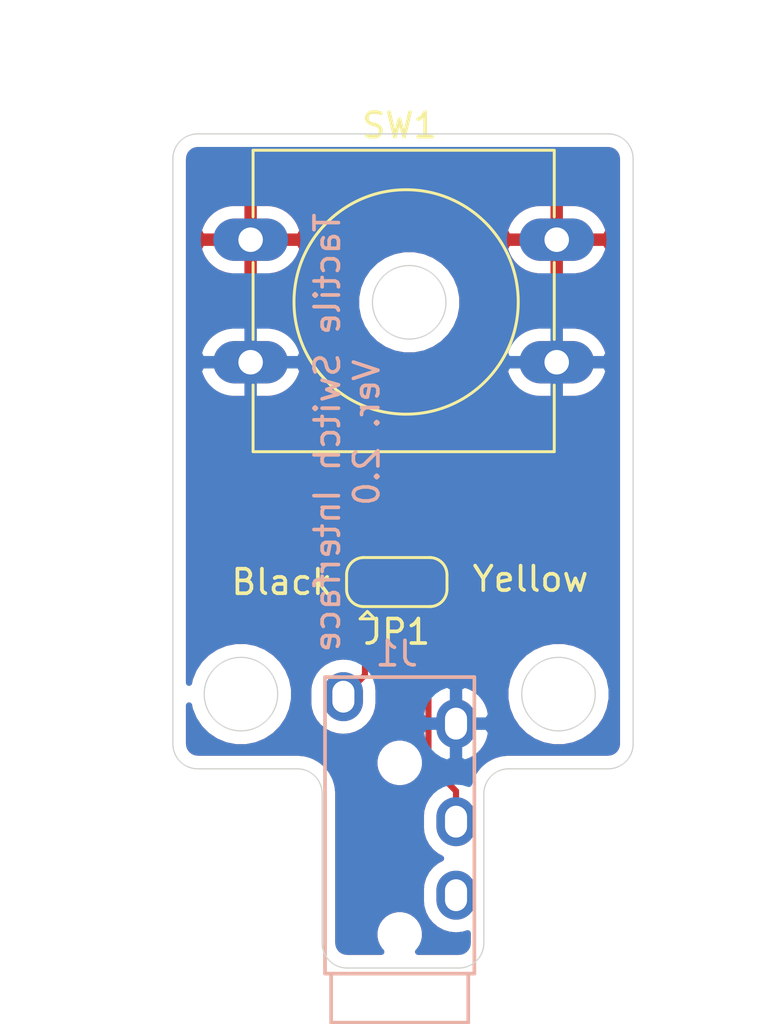
<source format=kicad_pcb>
(kicad_pcb (version 20171130) (host pcbnew 5.1.4-e60b266~84~ubuntu16.04.1)

  (general
    (thickness 1)
    (drawings 27)
    (tracks 7)
    (zones 0)
    (modules 3)
    (nets 6)
  )

  (page USLetter)
  (title_block
    (title "Tactile Switch Interface")
    (date 2019-07-20)
    (rev 1.0)
    (comment 1 "Copyright 2019 Don Haig (accessible.aac at gmail dot com)")
    (comment 2 "http://creativecommons.org/licenses/by-sa/4.0/")
    (comment 3 "Creative Commons Attribution-ShareAlike 4.0 International License")
    (comment 4 "This work is licensed under a:")
  )

  (layers
    (0 F.Cu signal)
    (31 B.Cu signal)
    (32 B.Adhes user)
    (33 F.Adhes user)
    (34 B.Paste user)
    (35 F.Paste user)
    (36 B.SilkS user)
    (37 F.SilkS user)
    (38 B.Mask user)
    (39 F.Mask user)
    (40 Dwgs.User user)
    (41 Cmts.User user)
    (42 Eco1.User user)
    (43 Eco2.User user)
    (44 Edge.Cuts user)
    (45 Margin user)
    (46 B.CrtYd user)
    (47 F.CrtYd user)
    (48 B.Fab user)
    (49 F.Fab user)
  )

  (setup
    (last_trace_width 0.25)
    (trace_clearance 0.2)
    (zone_clearance 0.508)
    (zone_45_only no)
    (trace_min 0.2)
    (via_size 0.8)
    (via_drill 0.4)
    (via_min_size 0.4)
    (via_min_drill 0.3)
    (uvia_size 0.3)
    (uvia_drill 0.1)
    (uvias_allowed no)
    (uvia_min_size 0.2)
    (uvia_min_drill 0.1)
    (edge_width 0.05)
    (segment_width 0.2)
    (pcb_text_width 0.3)
    (pcb_text_size 1.5 1.5)
    (mod_edge_width 0.12)
    (mod_text_size 1 1)
    (mod_text_width 0.15)
    (pad_size 1.524 1.524)
    (pad_drill 0.762)
    (pad_to_mask_clearance 0.051)
    (solder_mask_min_width 0.25)
    (aux_axis_origin 0 0)
    (visible_elements FFFFFF7F)
    (pcbplotparams
      (layerselection 0x010fc_ffffffff)
      (usegerberextensions true)
      (usegerberattributes false)
      (usegerberadvancedattributes false)
      (creategerberjobfile false)
      (excludeedgelayer true)
      (linewidth 0.100000)
      (plotframeref false)
      (viasonmask false)
      (mode 1)
      (useauxorigin false)
      (hpglpennumber 1)
      (hpglpenspeed 20)
      (hpglpendiameter 15.000000)
      (psnegative false)
      (psa4output false)
      (plotreference true)
      (plotvalue true)
      (plotinvisibletext false)
      (padsonsilk false)
      (subtractmaskfromsilk false)
      (outputformat 1)
      (mirror false)
      (drillshape 0)
      (scaleselection 1)
      (outputdirectory "gerbers/"))
  )

  (net 0 "")
  (net 1 /2)
  (net 2 "Net-(J1-Pad2)")
  (net 3 "Net-(J1-Pad3)")
  (net 4 "Net-(J1-Pad5)")
  (net 5 /1)

  (net_class Default "This is the default net class."
    (clearance 0.2)
    (trace_width 0.25)
    (via_dia 0.8)
    (via_drill 0.4)
    (uvia_dia 0.3)
    (uvia_drill 0.1)
    (add_net /1)
    (add_net /2)
    (add_net "Net-(J1-Pad2)")
    (add_net "Net-(J1-Pad3)")
    (add_net "Net-(J1-Pad5)")
  )

  (module dbh_kicad_library:dbh_SW_PUSH-12mm (layer F.Cu) (tedit 5D82C2C6) (tstamp 5D328589)
    (at 141.351 105.41)
    (descr "SW PUSH 12mm https://www.e-switch.com/system/asset/product_line/data_sheet/143/TL1100.pdf")
    (tags "tact sw push 12mm")
    (path /5D3251E9)
    (fp_text reference SW1 (at 6.08 -4.66) (layer F.SilkS)
      (effects (font (size 1 1) (thickness 0.15)))
    )
    (fp_text value SW_Push (at 6.62 9.93) (layer F.Fab)
      (effects (font (size 1 1) (thickness 0.15)))
    )
    (fp_line (start 0.25 8.5) (end 12.25 8.5) (layer F.Fab) (width 0.1))
    (fp_line (start 0.25 -3.5) (end 12.25 -3.5) (layer F.Fab) (width 0.1))
    (fp_line (start 12.25 -3.5) (end 12.25 8.5) (layer F.Fab) (width 0.1))
    (fp_text user %R (at 6.35 2.54) (layer F.Fab)
      (effects (font (size 1 1) (thickness 0.15)))
    )
    (fp_line (start 0.1 -3.65) (end 12.4 -3.65) (layer F.SilkS) (width 0.12))
    (fp_line (start 12.4 0.93) (end 12.4 4.07) (layer F.SilkS) (width 0.12))
    (fp_line (start 12.4 8.65) (end 0.1 8.65) (layer F.SilkS) (width 0.12))
    (fp_line (start 0.1 -0.93) (end 0.1 -3.65) (layer F.SilkS) (width 0.12))
    (fp_line (start -1.77 -3.75) (end 14.25 -3.75) (layer F.CrtYd) (width 0.05))
    (fp_line (start -1.77 -3.75) (end -1.77 8.75) (layer F.CrtYd) (width 0.05))
    (fp_line (start 14.25 8.75) (end 14.25 -3.75) (layer F.CrtYd) (width 0.05))
    (fp_line (start 14.25 8.75) (end -1.77 8.75) (layer F.CrtYd) (width 0.05))
    (fp_circle (center 6.35 2.54) (end 10.16 5.08) (layer F.SilkS) (width 0.12))
    (fp_line (start 0.25 -3.5) (end 0.25 8.5) (layer F.Fab) (width 0.1))
    (fp_line (start 0.1 8.65) (end 0.1 5.93) (layer F.SilkS) (width 0.12))
    (fp_line (start 0.1 4.07) (end 0.1 0.93) (layer F.SilkS) (width 0.12))
    (fp_line (start 12.4 5.93) (end 12.4 8.65) (layer F.SilkS) (width 0.12))
    (fp_line (start 12.4 -3.65) (end 12.4 -0.93) (layer F.SilkS) (width 0.12))
    (pad 1 thru_hole oval (at 12.5 0) (size 3.048 1.7272) (drill 1) (layers *.Cu *.Mask)
      (net 5 /1))
    (pad 2 thru_hole oval (at 12.5 5) (size 3.048 1.7272) (drill 1) (layers *.Cu *.Mask)
      (net 1 /2))
    (pad 1 thru_hole oval (at 0 0) (size 3.048 1.7272) (drill 1) (layers *.Cu *.Mask)
      (net 5 /1))
    (pad 2 thru_hole oval (at 0 5) (size 3.048 1.7272) (drill 1) (layers *.Cu *.Mask)
      (net 1 /2))
    (model ${KISYS3DMOD}/Button_Switch_THT.3dshapes/SW_PUSH-12mm.wrl
      (at (xyz 0 0 0))
      (scale (xyz 1 1 1))
      (rotate (xyz 0 0 0))
    )
  )

  (module Jumper:SolderJumper-3_P1.3mm_Open_RoundedPad1.0x1.5mm (layer F.Cu) (tedit 5B391EB7) (tstamp 5D83166A)
    (at 147.32 119.38)
    (descr "SMD Solder 3-pad Jumper, 1x1.5mm rounded Pads, 0.3mm gap, open")
    (tags "solder jumper open")
    (path /5D8354D3)
    (attr virtual)
    (fp_text reference JP1 (at 0 2.032) (layer F.SilkS)
      (effects (font (size 1 1) (thickness 0.15)))
    )
    (fp_text value SolderJumper_3_Open (at 0 1.9) (layer F.Fab)
      (effects (font (size 1 1) (thickness 0.15)))
    )
    (fp_arc (start -1.35 -0.3) (end -1.35 -1) (angle -90) (layer F.SilkS) (width 0.12))
    (fp_arc (start -1.35 0.3) (end -2.05 0.3) (angle -90) (layer F.SilkS) (width 0.12))
    (fp_arc (start 1.35 0.3) (end 1.35 1) (angle -90) (layer F.SilkS) (width 0.12))
    (fp_arc (start 1.35 -0.3) (end 2.05 -0.3) (angle -90) (layer F.SilkS) (width 0.12))
    (fp_line (start 2.3 1.25) (end -2.3 1.25) (layer F.CrtYd) (width 0.05))
    (fp_line (start 2.3 1.25) (end 2.3 -1.25) (layer F.CrtYd) (width 0.05))
    (fp_line (start -2.3 -1.25) (end -2.3 1.25) (layer F.CrtYd) (width 0.05))
    (fp_line (start -2.3 -1.25) (end 2.3 -1.25) (layer F.CrtYd) (width 0.05))
    (fp_line (start -1.4 -1) (end 1.4 -1) (layer F.SilkS) (width 0.12))
    (fp_line (start 2.05 -0.3) (end 2.05 0.3) (layer F.SilkS) (width 0.12))
    (fp_line (start 1.4 1) (end -1.4 1) (layer F.SilkS) (width 0.12))
    (fp_line (start -2.05 0.3) (end -2.05 -0.3) (layer F.SilkS) (width 0.12))
    (fp_line (start -1.2 1.2) (end -1.5 1.5) (layer F.SilkS) (width 0.12))
    (fp_line (start -1.5 1.5) (end -0.9 1.5) (layer F.SilkS) (width 0.12))
    (fp_line (start -1.2 1.2) (end -0.9 1.5) (layer F.SilkS) (width 0.12))
    (pad 2 smd rect (at 0 0) (size 1 1.5) (layers F.Cu F.Mask)
      (net 5 /1))
    (pad 3 smd custom (at 1.3 0) (size 1 0.5) (layers F.Cu F.Mask)
      (net 3 "Net-(J1-Pad3)") (zone_connect 2)
      (options (clearance outline) (anchor rect))
      (primitives
        (gr_circle (center 0 0.25) (end 0.5 0.25) (width 0))
        (gr_circle (center 0 -0.25) (end 0.5 -0.25) (width 0))
        (gr_poly (pts
           (xy -0.55 -0.75) (xy 0 -0.75) (xy 0 0.75) (xy -0.55 0.75)) (width 0))
      ))
    (pad 1 smd custom (at -1.3 0) (size 1 0.5) (layers F.Cu F.Mask)
      (net 4 "Net-(J1-Pad5)") (zone_connect 2)
      (options (clearance outline) (anchor rect))
      (primitives
        (gr_circle (center 0 0.25) (end 0.5 0.25) (width 0))
        (gr_circle (center 0 -0.25) (end 0.5 -0.25) (width 0))
        (gr_poly (pts
           (xy 0.55 -0.75) (xy 0 -0.75) (xy 0 0.75) (xy 0.55 0.75)) (width 0))
      ))
  )

  (module dbh_kicad_library:PJ-320A (layer B.Cu) (tedit 5C8461F3) (tstamp 5D8311EC)
    (at 149.479 132.207 90)
    (path /5D82C065)
    (fp_text reference J1 (at 9.906 -2.159 180) (layer B.SilkS)
      (effects (font (size 1 1) (thickness 0.15)) (justify mirror))
    )
    (fp_text value PJ320A (at 1.48 -3.97 270) (layer B.Fab)
      (effects (font (size 1 1) (thickness 0.15)) (justify mirror))
    )
    (fp_line (start -5.15 0.76) (end -5.15 -4.84) (layer B.SilkS) (width 0.15))
    (fp_line (start -3.15 -4.84) (end -5.15 -4.84) (layer B.SilkS) (width 0.15))
    (fp_line (start -3.15 0.76) (end -5.15 0.76) (layer B.SilkS) (width 0.15))
    (fp_line (start -3.15 -5.09) (end 8.95 -5.09) (layer B.SilkS) (width 0.15))
    (fp_line (start -3.15 1.01) (end 8.95 1.01) (layer B.SilkS) (width 0.15))
    (fp_line (start 8.95 1.01) (end 8.95 -5.09) (layer B.SilkS) (width 0.15))
    (fp_line (start -3.15 1.01) (end -3.15 -5.09) (layer B.SilkS) (width 0.15))
    (pad 5 thru_hole oval (at 8.15 -4.34) (size 1.6 2) (drill oval 0.9 1.3) (layers *.Cu *.Mask)
      (net 4 "Net-(J1-Pad5)"))
    (pad 4 thru_hole oval (at 7.05 0.26) (size 1.6 2) (drill oval 0.9 1.3) (layers *.Cu *.Mask)
      (net 1 /2))
    (pad 2 thru_hole oval (at 0.05 0.26) (size 1.6 2) (drill oval 0.9 1.3) (layers *.Cu *.Mask)
      (net 2 "Net-(J1-Pad2)"))
    (pad "" np_thru_hole circle (at 5.45 -2.04) (size 0.8 0.8) (drill 0.8) (layers *.Cu *.Mask))
    (pad "" np_thru_hole circle (at -1.55 -2.04) (size 0.8 0.8) (drill 0.8) (layers *.Cu *.Mask))
    (pad 3 thru_hole oval (at 3.05 0.26) (size 1.6 2) (drill oval 0.9 1.3) (layers *.Cu *.Mask)
      (net 3 "Net-(J1-Pad3)"))
    (model /home/don/projects/github/Accessible-AAC/Hardware/KiCad_libraries/3D_models/pj320a.wrl
      (offset (xyz -3.35 -2 0))
      (scale (xyz 1 1 1))
      (rotate (xyz 0 0 90))
    )
    (model /home/don/kicad/libraries/dbh_kicad_library/3D_models/pj320a/pj320a.wrl
      (offset (xyz -3.35 -2.1 0))
      (scale (xyz 1 1 1))
      (rotate (xyz 0 0 0))
    )
  )

  (dimension 27.290158 (width 0.15) (layer Dwgs.User)
    (gr_text "27.290 mm" (at 160.995841 121.544607 89.69069965) (layer Dwgs.User)
      (effects (font (size 1 1) (thickness 0.15)))
    )
    (feature1 (pts (xy 147.6502 135.11784) (xy 160.208612 135.185635)))
    (feature2 (pts (xy 147.79752 107.82808) (xy 160.355932 107.895875)))
    (crossbar (pts (xy 159.76952 107.892709) (xy 159.6222 135.182469)))
    (arrow1a (pts (xy 159.6222 135.182469) (xy 159.041869 134.052816)))
    (arrow1b (pts (xy 159.6222 135.182469) (xy 160.214693 134.059147)))
    (arrow2a (pts (xy 159.76952 107.892709) (xy 159.177027 109.016031)))
    (arrow2b (pts (xy 159.76952 107.892709) (xy 160.349851 109.022362)))
  )
  (dimension 18.836651 (width 0.15) (layer Dwgs.User)
    (gr_text "18.837 mm" (at 147.553473 96.32772 0.06180772091) (layer Dwgs.User)
      (effects (font (size 1 1) (thickness 0.15)))
    )
    (feature1 (pts (xy 156.98724 110.63732) (xy 156.972562 97.031138)))
    (feature2 (pts (xy 138.1506 110.65764) (xy 138.135922 97.051458)))
    (crossbar (pts (xy 138.136555 97.637879) (xy 156.973195 97.617559)))
    (arrow1a (pts (xy 156.973195 97.617559) (xy 155.847324 98.205195)))
    (arrow1b (pts (xy 156.973195 97.617559) (xy 155.846059 97.032354)))
    (arrow2a (pts (xy 138.136555 97.637879) (xy 139.263691 98.223084)))
    (arrow2b (pts (xy 138.136555 97.637879) (xy 139.262426 97.050243)))
  )
  (dimension 34.036237 (width 0.15) (layer Dwgs.User)
    (gr_text "34.036 mm" (at 134.781144 118.062028 89.78621077) (layer Dwgs.User)
      (effects (font (size 1 1) (thickness 0.15)))
    )
    (feature1 (pts (xy 147.574 135.128) (xy 135.431219 135.082691)))
    (feature2 (pts (xy 147.701 101.092) (xy 135.558219 101.046691)))
    (crossbar (pts (xy 136.144635 101.048879) (xy 136.017635 135.084879)))
    (arrow1a (pts (xy 136.017635 135.084879) (xy 135.435422 133.956195)))
    (arrow1b (pts (xy 136.017635 135.084879) (xy 136.608255 133.960571)))
    (arrow2a (pts (xy 136.144635 101.048879) (xy 135.554015 102.173187)))
    (arrow2b (pts (xy 136.144635 101.048879) (xy 136.726848 102.177563)))
  )
  (gr_line (start 150.876 128.016) (end 150.876 133.604) (layer Edge.Cuts) (width 0.05) (tstamp 5D82CEE7))
  (gr_circle (center 153.924 123.952) (end 155.424 123.952) (layer Edge.Cuts) (width 0.05) (tstamp 5D82CEB5))
  (gr_circle (center 140.955845 123.952) (end 142.455845 123.952) (layer Edge.Cuts) (width 0.05) (tstamp 5D82CEB3))
  (gr_line (start 138.176 102.108) (end 138.176 125.984) (layer Edge.Cuts) (width 0.05) (tstamp 5D82CE6B))
  (gr_line (start 156.972 102.108) (end 156.972 125.984) (layer Edge.Cuts) (width 0.05) (tstamp 5D82CE6A))
  (gr_line (start 144.272 128.016) (end 144.272 133.604) (layer Edge.Cuts) (width 0.05) (tstamp 5D82CE5C))
  (gr_text Yellow (at 152.781 119.253) (layer F.SilkS)
    (effects (font (size 1 1) (thickness 0.15)))
  )
  (gr_text Black (at 142.621 119.38) (layer F.SilkS)
    (effects (font (size 1 1) (thickness 0.15)))
  )
  (gr_line (start 149.86 135.128) (end 145.288 135.128) (layer Edge.Cuts) (width 0.05) (tstamp 5D82CA2C))
  (gr_line (start 151.892 127) (end 155.956 127) (layer Edge.Cuts) (width 0.05) (tstamp 5D82C7A9))
  (gr_line (start 150.876 134.112) (end 150.876 133.604) (layer Edge.Cuts) (width 0.05) (tstamp 5D82C7A6))
  (gr_line (start 144.272 133.604) (end 144.272 134.112) (layer Edge.Cuts) (width 0.05) (tstamp 5D82C7A3))
  (gr_line (start 139.192 127) (end 143.256 127) (layer Edge.Cuts) (width 0.05) (tstamp 5D82C7A0))
  (gr_line (start 139.192 101.092) (end 155.956 101.092) (layer Edge.Cuts) (width 0.05) (tstamp 5D82C796))
  (gr_arc (start 155.956 102.108) (end 156.972 102.108) (angle -90) (layer Edge.Cuts) (width 0.05) (tstamp 5D82C775))
  (gr_arc (start 139.192 102.108) (end 139.192 101.092) (angle -90) (layer Edge.Cuts) (width 0.05) (tstamp 5D82C768))
  (gr_arc (start 139.192 125.984) (end 138.176 125.984) (angle -90) (layer Edge.Cuts) (width 0.05) (tstamp 5D82C755))
  (gr_arc (start 155.956 125.984) (end 155.956 127) (angle -90) (layer Edge.Cuts) (width 0.05) (tstamp 5D82C74B))
  (gr_arc (start 151.892 128.016) (end 151.892 127) (angle -90) (layer Edge.Cuts) (width 0.05) (tstamp 5D82C73C))
  (gr_arc (start 143.256 128.016) (end 144.272 128.016) (angle -90) (layer Edge.Cuts) (width 0.05) (tstamp 5D82C728))
  (gr_arc (start 145.288 134.112) (end 144.272 134.112) (angle -90) (layer Edge.Cuts) (width 0.05) (tstamp 5D82C704))
  (gr_arc (start 149.86 134.112) (end 149.86 135.128) (angle -90) (layer Edge.Cuts) (width 0.05))
  (gr_text "Tactile Switch Interface\nVer. 2.0" (at 145.288 113.284 90) (layer B.SilkS)
    (effects (font (size 1 1) (thickness 0.15)) (justify mirror))
  )
  (gr_circle (center 147.828 107.964155) (end 149.328 107.964155) (layer Edge.Cuts) (width 0.05))

  (segment (start 149.739 127.907) (end 149.739 129.157) (width 0.25) (layer F.Cu) (net 3))
  (segment (start 148.61399 126.78199) (end 149.739 127.907) (width 0.25) (layer F.Cu) (net 3))
  (segment (start 148.61399 120.233602) (end 148.61399 126.78199) (width 0.25) (layer F.Cu) (net 3))
  (segment (start 148.62 120.227592) (end 148.61399 120.233602) (width 0.25) (layer F.Cu) (net 3))
  (segment (start 148.62 119.38) (end 148.62 120.227592) (width 0.25) (layer F.Cu) (net 3))
  (segment (start 146.02 123.176) (end 145.139 124.057) (width 0.25) (layer F.Cu) (net 4))
  (segment (start 146.02 119.38) (end 146.02 123.176) (width 0.25) (layer F.Cu) (net 4))

  (zone (net 5) (net_name /1) (layer F.Cu) (tstamp 0) (hatch edge 0.508)
    (connect_pads (clearance 0.508))
    (min_thickness 0.254)
    (fill yes (arc_segments 32) (thermal_gap 0.508) (thermal_bridge_width 0.508))
    (polygon
      (pts
        (xy 139.065 101.219) (xy 155.956 101.219) (xy 156.591 101.473) (xy 156.845 101.981) (xy 156.845 126.111)
        (xy 156.718 126.492) (xy 156.21 126.873) (xy 151.511 126.873) (xy 151.13 127.127) (xy 150.749 127.635)
        (xy 150.749 134.239) (xy 150.495 134.747) (xy 149.987 135.001) (xy 145.034 135.001) (xy 144.526 134.62)
        (xy 144.399 134.239) (xy 144.399 127.635) (xy 144.018 127.127) (xy 143.51 126.873) (xy 139.065 126.873)
        (xy 138.557 126.619) (xy 138.303 126.238) (xy 138.303 101.981) (xy 138.557 101.473)
      )
    )
    (filled_polygon
      (pts
        (xy 156.024533 101.761885) (xy 156.090457 101.781789) (xy 156.151255 101.814115) (xy 156.204619 101.857639) (xy 156.248512 101.910696)
        (xy 156.281266 101.971271) (xy 156.301628 102.037053) (xy 156.312 102.135731) (xy 156.312001 125.951709) (xy 156.302115 126.052531)
        (xy 156.282211 126.118458) (xy 156.249885 126.179255) (xy 156.206362 126.232618) (xy 156.1533 126.276515) (xy 156.092727 126.309266)
        (xy 156.026947 126.329628) (xy 155.928269 126.34) (xy 151.859581 126.34) (xy 151.831309 126.342784) (xy 151.825088 126.342741)
        (xy 151.815917 126.343641) (xy 151.618715 126.364368) (xy 151.560151 126.37639) (xy 151.501362 126.387604) (xy 151.49254 126.390268)
        (xy 151.303118 126.448903) (xy 151.248005 126.472071) (xy 151.192507 126.494493) (xy 151.184371 126.49882) (xy 151.009947 126.59313)
        (xy 150.960331 126.626597) (xy 150.910301 126.659335) (xy 150.90316 126.665159) (xy 150.750376 126.791553) (xy 150.708237 126.833988)
        (xy 150.665487 126.875851) (xy 150.659613 126.882952) (xy 150.534289 127.036614) (xy 150.501174 127.086456) (xy 150.46739 127.135796)
        (xy 150.463007 127.143902) (xy 150.369916 127.31898) (xy 150.347125 127.374275) (xy 150.325802 127.424025) (xy 150.302799 127.395996)
        (xy 150.302795 127.395992) (xy 150.279001 127.366999) (xy 150.250009 127.343206) (xy 149.702112 126.79531) (xy 149.739 126.798943)
        (xy 150.020309 126.771236) (xy 150.290808 126.689182) (xy 150.540101 126.555932) (xy 150.758608 126.376608) (xy 150.937932 126.158101)
        (xy 151.071182 125.908807) (xy 151.153236 125.638308) (xy 151.174 125.427491) (xy 151.174 124.886508) (xy 151.153236 124.675691)
        (xy 151.071182 124.405192) (xy 150.937932 124.155899) (xy 150.758607 123.937392) (xy 150.5401 123.758068) (xy 150.50316 123.738323)
        (xy 151.754497 123.738323) (xy 151.754497 124.165677) (xy 151.83787 124.584821) (xy 152.001412 124.979645) (xy 152.238837 125.334977)
        (xy 152.541023 125.637163) (xy 152.896355 125.874588) (xy 153.291179 126.03813) (xy 153.710323 126.121503) (xy 154.137677 126.121503)
        (xy 154.556821 126.03813) (xy 154.951645 125.874588) (xy 155.306977 125.637163) (xy 155.609163 125.334977) (xy 155.846588 124.979645)
        (xy 156.01013 124.584821) (xy 156.093503 124.165677) (xy 156.093503 123.738323) (xy 156.01013 123.319179) (xy 155.846588 122.924355)
        (xy 155.609163 122.569023) (xy 155.306977 122.266837) (xy 154.951645 122.029412) (xy 154.556821 121.86587) (xy 154.137677 121.782497)
        (xy 153.710323 121.782497) (xy 153.291179 121.86587) (xy 152.896355 122.029412) (xy 152.541023 122.266837) (xy 152.238837 122.569023)
        (xy 152.001412 122.924355) (xy 151.83787 123.319179) (xy 151.754497 123.738323) (xy 150.50316 123.738323) (xy 150.290807 123.624818)
        (xy 150.020308 123.542764) (xy 149.739 123.515057) (xy 149.457691 123.542764) (xy 149.37399 123.568154) (xy 149.37399 120.479501)
        (xy 149.388382 120.46769) (xy 149.45769 120.398382) (xy 149.537042 120.301691) (xy 149.591498 120.220192) (xy 149.650464 120.109875)
        (xy 149.687973 120.019319) (xy 149.724282 119.899623) (xy 149.743404 119.80349) (xy 149.755664 119.679009) (xy 149.755664 119.65445)
        (xy 149.758072 119.63) (xy 149.758072 119.13) (xy 149.755664 119.10555) (xy 149.755664 119.080991) (xy 149.743404 118.95651)
        (xy 149.724282 118.860377) (xy 149.687973 118.740681) (xy 149.650464 118.650125) (xy 149.591498 118.539808) (xy 149.537042 118.458309)
        (xy 149.45769 118.361618) (xy 149.388382 118.29231) (xy 149.291691 118.212958) (xy 149.210192 118.158502) (xy 149.099875 118.099536)
        (xy 149.009319 118.062027) (xy 148.889623 118.025718) (xy 148.79349 118.006596) (xy 148.669009 117.994336) (xy 148.64445 117.994336)
        (xy 148.62 117.991928) (xy 148.07 117.991928) (xy 147.945518 118.004188) (xy 147.945 118.004345) (xy 147.944482 118.004188)
        (xy 147.82 117.991928) (xy 147.60575 117.995) (xy 147.447 118.15375) (xy 147.447 118.496248) (xy 147.444188 118.505518)
        (xy 147.431928 118.63) (xy 147.431928 120.13) (xy 147.444188 120.254482) (xy 147.447 120.263752) (xy 147.447 120.60625)
        (xy 147.60575 120.765) (xy 147.82 120.768072) (xy 147.85399 120.764724) (xy 147.853991 125.808619) (xy 147.740898 125.761774)
        (xy 147.540939 125.722) (xy 147.337061 125.722) (xy 147.137102 125.761774) (xy 146.948744 125.839795) (xy 146.779226 125.953063)
        (xy 146.635063 126.097226) (xy 146.521795 126.266744) (xy 146.443774 126.455102) (xy 146.404 126.655061) (xy 146.404 126.858939)
        (xy 146.443774 127.058898) (xy 146.521795 127.247256) (xy 146.635063 127.416774) (xy 146.779226 127.560937) (xy 146.948744 127.674205)
        (xy 147.137102 127.752226) (xy 147.337061 127.792) (xy 147.540939 127.792) (xy 147.740898 127.752226) (xy 147.929256 127.674205)
        (xy 148.098774 127.560937) (xy 148.208455 127.451256) (xy 148.708213 127.951015) (xy 148.540068 128.1559) (xy 148.406818 128.405193)
        (xy 148.324764 128.675692) (xy 148.304 128.886509) (xy 148.304 129.427492) (xy 148.324764 129.638309) (xy 148.406818 129.908808)
        (xy 148.540068 130.158101) (xy 148.719393 130.376608) (xy 148.9379 130.555932) (xy 149.126984 130.657) (xy 148.937899 130.758068)
        (xy 148.719392 130.937393) (xy 148.540068 131.1559) (xy 148.406818 131.405193) (xy 148.324764 131.675692) (xy 148.304 131.886509)
        (xy 148.304 132.427492) (xy 148.324764 132.638309) (xy 148.406818 132.908808) (xy 148.540068 133.158101) (xy 148.719393 133.376608)
        (xy 148.9379 133.555932) (xy 149.187193 133.689182) (xy 149.457692 133.771236) (xy 149.739 133.798943) (xy 150.020309 133.771236)
        (xy 150.216 133.711874) (xy 150.216 134.079719) (xy 150.206115 134.180531) (xy 150.186211 134.246458) (xy 150.153885 134.307255)
        (xy 150.110362 134.360618) (xy 150.0573 134.404515) (xy 149.996727 134.437266) (xy 149.930947 134.457628) (xy 149.832269 134.468)
        (xy 148.191711 134.468) (xy 148.242937 134.416774) (xy 148.356205 134.247256) (xy 148.434226 134.058898) (xy 148.474 133.858939)
        (xy 148.474 133.655061) (xy 148.434226 133.455102) (xy 148.356205 133.266744) (xy 148.242937 133.097226) (xy 148.098774 132.953063)
        (xy 147.929256 132.839795) (xy 147.740898 132.761774) (xy 147.540939 132.722) (xy 147.337061 132.722) (xy 147.137102 132.761774)
        (xy 146.948744 132.839795) (xy 146.779226 132.953063) (xy 146.635063 133.097226) (xy 146.521795 133.266744) (xy 146.443774 133.455102)
        (xy 146.404 133.655061) (xy 146.404 133.858939) (xy 146.443774 134.058898) (xy 146.521795 134.247256) (xy 146.635063 134.416774)
        (xy 146.686289 134.468) (xy 145.320281 134.468) (xy 145.219469 134.458115) (xy 145.153542 134.438211) (xy 145.092745 134.405885)
        (xy 145.039382 134.362362) (xy 144.995485 134.3093) (xy 144.962734 134.248727) (xy 144.942372 134.182947) (xy 144.932 134.084269)
        (xy 144.932 127.983581) (xy 144.929216 127.955309) (xy 144.929259 127.949088) (xy 144.928359 127.939917) (xy 144.907632 127.742715)
        (xy 144.89561 127.684151) (xy 144.884396 127.625362) (xy 144.881732 127.61654) (xy 144.823097 127.427118) (xy 144.799929 127.372005)
        (xy 144.777507 127.316507) (xy 144.77318 127.308371) (xy 144.67887 127.133947) (xy 144.645403 127.084331) (xy 144.612665 127.034301)
        (xy 144.606841 127.02716) (xy 144.480447 126.874376) (xy 144.438012 126.832237) (xy 144.396149 126.789487) (xy 144.389048 126.783613)
        (xy 144.235386 126.658289) (xy 144.185544 126.625174) (xy 144.136204 126.59139) (xy 144.128098 126.587007) (xy 143.95302 126.493916)
        (xy 143.897725 126.471125) (xy 143.84273 126.447554) (xy 143.833927 126.444829) (xy 143.6441 126.387518) (xy 143.58542 126.3759)
        (xy 143.526913 126.363463) (xy 143.517748 126.3625) (xy 143.320406 126.34315) (xy 143.320402 126.34315) (xy 143.288419 126.34)
        (xy 139.224281 126.34) (xy 139.123469 126.330115) (xy 139.057542 126.310211) (xy 138.996745 126.277885) (xy 138.943382 126.234362)
        (xy 138.899485 126.1813) (xy 138.866734 126.120727) (xy 138.846372 126.054947) (xy 138.836 125.956269) (xy 138.836 124.415324)
        (xy 138.869715 124.584821) (xy 139.033257 124.979645) (xy 139.270682 125.334977) (xy 139.572868 125.637163) (xy 139.9282 125.874588)
        (xy 140.323024 126.03813) (xy 140.742168 126.121503) (xy 141.169522 126.121503) (xy 141.588666 126.03813) (xy 141.98349 125.874588)
        (xy 142.338822 125.637163) (xy 142.641008 125.334977) (xy 142.878433 124.979645) (xy 143.041975 124.584821) (xy 143.125348 124.165677)
        (xy 143.125348 123.786509) (xy 143.704 123.786509) (xy 143.704 124.327492) (xy 143.724764 124.538309) (xy 143.806818 124.808808)
        (xy 143.940068 125.058101) (xy 144.119393 125.276608) (xy 144.3379 125.455932) (xy 144.587193 125.589182) (xy 144.857692 125.671236)
        (xy 145.139 125.698943) (xy 145.420309 125.671236) (xy 145.690808 125.589182) (xy 145.940101 125.455932) (xy 146.158608 125.276608)
        (xy 146.337932 125.058101) (xy 146.471182 124.808807) (xy 146.553236 124.538308) (xy 146.574 124.327491) (xy 146.574 123.786508)
        (xy 146.5663 123.708326) (xy 146.634833 123.624818) (xy 146.654974 123.600277) (xy 146.725546 123.468247) (xy 146.740451 123.41911)
        (xy 146.769003 123.324986) (xy 146.78 123.213333) (xy 146.78 123.213324) (xy 146.783676 123.176001) (xy 146.78 123.138678)
        (xy 146.78 120.764132) (xy 146.82 120.768072) (xy 147.03425 120.765) (xy 147.193 120.60625) (xy 147.193 120.263752)
        (xy 147.195812 120.254482) (xy 147.208072 120.13) (xy 147.208072 118.63) (xy 147.195812 118.505518) (xy 147.193 118.496248)
        (xy 147.193 118.15375) (xy 147.03425 117.995) (xy 146.82 117.991928) (xy 146.695518 118.004188) (xy 146.695 118.004345)
        (xy 146.694482 118.004188) (xy 146.57 117.991928) (xy 146.02 117.991928) (xy 145.99555 117.994336) (xy 145.970991 117.994336)
        (xy 145.84651 118.006596) (xy 145.750377 118.025718) (xy 145.630681 118.062027) (xy 145.540125 118.099536) (xy 145.429808 118.158502)
        (xy 145.348309 118.212958) (xy 145.251618 118.29231) (xy 145.18231 118.361618) (xy 145.102958 118.458309) (xy 145.048502 118.539808)
        (xy 144.989536 118.650125) (xy 144.952027 118.740681) (xy 144.915718 118.860377) (xy 144.896596 118.95651) (xy 144.884336 119.080991)
        (xy 144.884336 119.10555) (xy 144.881928 119.13) (xy 144.881928 119.63) (xy 144.884336 119.65445) (xy 144.884336 119.679009)
        (xy 144.896596 119.80349) (xy 144.915718 119.899623) (xy 144.952027 120.019319) (xy 144.989536 120.109875) (xy 145.048502 120.220192)
        (xy 145.102958 120.301691) (xy 145.18231 120.398382) (xy 145.251618 120.46769) (xy 145.26 120.474569) (xy 145.260001 122.426975)
        (xy 145.139 122.415057) (xy 144.857691 122.442764) (xy 144.587192 122.524818) (xy 144.337899 122.658068) (xy 144.119392 122.837393)
        (xy 143.940068 123.0559) (xy 143.806818 123.305193) (xy 143.724764 123.575692) (xy 143.704 123.786509) (xy 143.125348 123.786509)
        (xy 143.125348 123.738323) (xy 143.041975 123.319179) (xy 142.878433 122.924355) (xy 142.641008 122.569023) (xy 142.338822 122.266837)
        (xy 141.98349 122.029412) (xy 141.588666 121.86587) (xy 141.169522 121.782497) (xy 140.742168 121.782497) (xy 140.323024 121.86587)
        (xy 139.9282 122.029412) (xy 139.572868 122.266837) (xy 139.270682 122.569023) (xy 139.033257 122.924355) (xy 138.869715 123.319179)
        (xy 138.836 123.488676) (xy 138.836 110.41) (xy 139.184749 110.41) (xy 139.213684 110.703777) (xy 139.299375 110.986264)
        (xy 139.438531 111.246606) (xy 139.625803 111.474797) (xy 139.853994 111.662069) (xy 140.114336 111.801225) (xy 140.396823 111.886916)
        (xy 140.616981 111.9086) (xy 142.085019 111.9086) (xy 142.305177 111.886916) (xy 142.587664 111.801225) (xy 142.848006 111.662069)
        (xy 143.076197 111.474797) (xy 143.263469 111.246606) (xy 143.402625 110.986264) (xy 143.488316 110.703777) (xy 143.517251 110.41)
        (xy 151.684749 110.41) (xy 151.713684 110.703777) (xy 151.799375 110.986264) (xy 151.938531 111.246606) (xy 152.125803 111.474797)
        (xy 152.353994 111.662069) (xy 152.614336 111.801225) (xy 152.896823 111.886916) (xy 153.116981 111.9086) (xy 154.585019 111.9086)
        (xy 154.805177 111.886916) (xy 155.087664 111.801225) (xy 155.348006 111.662069) (xy 155.576197 111.474797) (xy 155.763469 111.246606)
        (xy 155.902625 110.986264) (xy 155.988316 110.703777) (xy 156.017251 110.41) (xy 155.988316 110.116223) (xy 155.902625 109.833736)
        (xy 155.763469 109.573394) (xy 155.576197 109.345203) (xy 155.348006 109.157931) (xy 155.087664 109.018775) (xy 154.805177 108.933084)
        (xy 154.585019 108.9114) (xy 153.116981 108.9114) (xy 152.896823 108.933084) (xy 152.614336 109.018775) (xy 152.353994 109.157931)
        (xy 152.125803 109.345203) (xy 151.938531 109.573394) (xy 151.799375 109.833736) (xy 151.713684 110.116223) (xy 151.684749 110.41)
        (xy 143.517251 110.41) (xy 143.488316 110.116223) (xy 143.402625 109.833736) (xy 143.263469 109.573394) (xy 143.076197 109.345203)
        (xy 142.848006 109.157931) (xy 142.587664 109.018775) (xy 142.305177 108.933084) (xy 142.085019 108.9114) (xy 140.616981 108.9114)
        (xy 140.396823 108.933084) (xy 140.114336 109.018775) (xy 139.853994 109.157931) (xy 139.625803 109.345203) (xy 139.438531 109.573394)
        (xy 139.299375 109.833736) (xy 139.213684 110.116223) (xy 139.184749 110.41) (xy 138.836 110.41) (xy 138.836 107.750478)
        (xy 145.658497 107.750478) (xy 145.658497 108.177832) (xy 145.74187 108.596976) (xy 145.905412 108.9918) (xy 146.142837 109.347132)
        (xy 146.445023 109.649318) (xy 146.800355 109.886743) (xy 147.195179 110.050285) (xy 147.614323 110.133658) (xy 148.041677 110.133658)
        (xy 148.460821 110.050285) (xy 148.855645 109.886743) (xy 149.210977 109.649318) (xy 149.513163 109.347132) (xy 149.750588 108.9918)
        (xy 149.91413 108.596976) (xy 149.997503 108.177832) (xy 149.997503 107.750478) (xy 149.91413 107.331334) (xy 149.750588 106.93651)
        (xy 149.513163 106.581178) (xy 149.210977 106.278992) (xy 148.855645 106.041567) (xy 148.460821 105.878025) (xy 148.041677 105.794652)
        (xy 147.614323 105.794652) (xy 147.195179 105.878025) (xy 146.800355 106.041567) (xy 146.445023 106.278992) (xy 146.142837 106.581178)
        (xy 145.905412 106.93651) (xy 145.74187 107.331334) (xy 145.658497 107.750478) (xy 138.836 107.750478) (xy 138.836 105.769026)
        (xy 139.235642 105.769026) (xy 139.257473 105.866157) (xy 139.374002 106.136981) (xy 139.541127 106.379868) (xy 139.752426 106.585483)
        (xy 139.999778 106.745925) (xy 140.273678 106.855028) (xy 140.5636 106.9086) (xy 141.224 106.9086) (xy 141.224 105.537)
        (xy 141.478 105.537) (xy 141.478 106.9086) (xy 142.1384 106.9086) (xy 142.428322 106.855028) (xy 142.702222 106.745925)
        (xy 142.949574 106.585483) (xy 143.160873 106.379868) (xy 143.327998 106.136981) (xy 143.444527 105.866157) (xy 143.466358 105.769026)
        (xy 151.735642 105.769026) (xy 151.757473 105.866157) (xy 151.874002 106.136981) (xy 152.041127 106.379868) (xy 152.252426 106.585483)
        (xy 152.499778 106.745925) (xy 152.773678 106.855028) (xy 153.0636 106.9086) (xy 153.724 106.9086) (xy 153.724 105.537)
        (xy 153.978 105.537) (xy 153.978 106.9086) (xy 154.6384 106.9086) (xy 154.928322 106.855028) (xy 155.202222 106.745925)
        (xy 155.449574 106.585483) (xy 155.660873 106.379868) (xy 155.827998 106.136981) (xy 155.944527 105.866157) (xy 155.966358 105.769026)
        (xy 155.845217 105.537) (xy 153.978 105.537) (xy 153.724 105.537) (xy 151.856783 105.537) (xy 151.735642 105.769026)
        (xy 143.466358 105.769026) (xy 143.345217 105.537) (xy 141.478 105.537) (xy 141.224 105.537) (xy 139.356783 105.537)
        (xy 139.235642 105.769026) (xy 138.836 105.769026) (xy 138.836 105.050974) (xy 139.235642 105.050974) (xy 139.356783 105.283)
        (xy 141.224 105.283) (xy 141.224 103.9114) (xy 141.478 103.9114) (xy 141.478 105.283) (xy 143.345217 105.283)
        (xy 143.466358 105.050974) (xy 151.735642 105.050974) (xy 151.856783 105.283) (xy 153.724 105.283) (xy 153.724 103.9114)
        (xy 153.978 103.9114) (xy 153.978 105.283) (xy 155.845217 105.283) (xy 155.966358 105.050974) (xy 155.944527 104.953843)
        (xy 155.827998 104.683019) (xy 155.660873 104.440132) (xy 155.449574 104.234517) (xy 155.202222 104.074075) (xy 154.928322 103.964972)
        (xy 154.6384 103.9114) (xy 153.978 103.9114) (xy 153.724 103.9114) (xy 153.0636 103.9114) (xy 152.773678 103.964972)
        (xy 152.499778 104.074075) (xy 152.252426 104.234517) (xy 152.041127 104.440132) (xy 151.874002 104.683019) (xy 151.757473 104.953843)
        (xy 151.735642 105.050974) (xy 143.466358 105.050974) (xy 143.444527 104.953843) (xy 143.327998 104.683019) (xy 143.160873 104.440132)
        (xy 142.949574 104.234517) (xy 142.702222 104.074075) (xy 142.428322 103.964972) (xy 142.1384 103.9114) (xy 141.478 103.9114)
        (xy 141.224 103.9114) (xy 140.5636 103.9114) (xy 140.273678 103.964972) (xy 139.999778 104.074075) (xy 139.752426 104.234517)
        (xy 139.541127 104.440132) (xy 139.374002 104.683019) (xy 139.257473 104.953843) (xy 139.235642 105.050974) (xy 138.836 105.050974)
        (xy 138.836 102.140281) (xy 138.845885 102.039467) (xy 138.865789 101.973543) (xy 138.898115 101.912745) (xy 138.941639 101.859381)
        (xy 138.994696 101.815488) (xy 139.055271 101.782734) (xy 139.121053 101.762372) (xy 139.21973 101.752) (xy 155.923719 101.752)
      )
    )
  )
  (zone (net 1) (net_name /2) (layer B.Cu) (tstamp 0) (hatch edge 0.508)
    (connect_pads (clearance 0.508))
    (min_thickness 0.254)
    (fill yes (arc_segments 32) (thermal_gap 0.508) (thermal_bridge_width 0.508))
    (polygon
      (pts
        (xy 139.065 101.219) (xy 155.956 101.219) (xy 156.591 101.473) (xy 156.845 101.981) (xy 156.845 126.111)
        (xy 156.718 126.492) (xy 156.21 126.873) (xy 151.511 126.873) (xy 151.13 127.127) (xy 150.749 127.635)
        (xy 150.749 134.239) (xy 150.495 134.747) (xy 149.987 135.001) (xy 145.034 135.001) (xy 144.526 134.62)
        (xy 144.399 134.112) (xy 144.399 127.635) (xy 144.018 127.127) (xy 143.51 126.873) (xy 139.065 126.873)
        (xy 138.557 126.619) (xy 138.303 126.238) (xy 138.303 101.981) (xy 138.557 101.473)
      )
    )
    (filled_polygon
      (pts
        (xy 156.024533 101.761885) (xy 156.090457 101.781789) (xy 156.151255 101.814115) (xy 156.204619 101.857639) (xy 156.248512 101.910696)
        (xy 156.281266 101.971271) (xy 156.301628 102.037053) (xy 156.312 102.135731) (xy 156.312001 125.951709) (xy 156.302115 126.052531)
        (xy 156.282211 126.118458) (xy 156.249885 126.179255) (xy 156.206362 126.232618) (xy 156.1533 126.276515) (xy 156.092727 126.309266)
        (xy 156.026947 126.329628) (xy 155.928269 126.34) (xy 151.859581 126.34) (xy 151.831309 126.342784) (xy 151.825088 126.342741)
        (xy 151.815917 126.343641) (xy 151.618715 126.364368) (xy 151.560151 126.37639) (xy 151.501362 126.387604) (xy 151.49254 126.390268)
        (xy 151.303118 126.448903) (xy 151.248005 126.472071) (xy 151.192507 126.494493) (xy 151.184371 126.49882) (xy 151.009947 126.59313)
        (xy 150.960331 126.626597) (xy 150.910301 126.659335) (xy 150.90316 126.665159) (xy 150.750376 126.791553) (xy 150.708237 126.833988)
        (xy 150.665487 126.875851) (xy 150.659613 126.882952) (xy 150.534289 127.036614) (xy 150.501174 127.086456) (xy 150.46739 127.135796)
        (xy 150.463007 127.143902) (xy 150.369916 127.31898) (xy 150.347125 127.374275) (xy 150.323554 127.42927) (xy 150.320829 127.438073)
        (xy 150.26666 127.617493) (xy 150.020308 127.542764) (xy 149.739 127.515057) (xy 149.457691 127.542764) (xy 149.187192 127.624818)
        (xy 148.937899 127.758068) (xy 148.719392 127.937393) (xy 148.540068 128.1559) (xy 148.406818 128.405193) (xy 148.324764 128.675692)
        (xy 148.304 128.886509) (xy 148.304 129.427492) (xy 148.324764 129.638309) (xy 148.406818 129.908808) (xy 148.540068 130.158101)
        (xy 148.719393 130.376608) (xy 148.9379 130.555932) (xy 149.126984 130.657) (xy 148.937899 130.758068) (xy 148.719392 130.937393)
        (xy 148.540068 131.1559) (xy 148.406818 131.405193) (xy 148.324764 131.675692) (xy 148.304 131.886509) (xy 148.304 132.427492)
        (xy 148.324764 132.638309) (xy 148.406818 132.908808) (xy 148.540068 133.158101) (xy 148.719393 133.376608) (xy 148.9379 133.555932)
        (xy 149.187193 133.689182) (xy 149.457692 133.771236) (xy 149.739 133.798943) (xy 150.020309 133.771236) (xy 150.216 133.711874)
        (xy 150.216 134.079719) (xy 150.206115 134.180531) (xy 150.186211 134.246458) (xy 150.153885 134.307255) (xy 150.110362 134.360618)
        (xy 150.0573 134.404515) (xy 149.996727 134.437266) (xy 149.930947 134.457628) (xy 149.832269 134.468) (xy 148.191711 134.468)
        (xy 148.242937 134.416774) (xy 148.356205 134.247256) (xy 148.434226 134.058898) (xy 148.474 133.858939) (xy 148.474 133.655061)
        (xy 148.434226 133.455102) (xy 148.356205 133.266744) (xy 148.242937 133.097226) (xy 148.098774 132.953063) (xy 147.929256 132.839795)
        (xy 147.740898 132.761774) (xy 147.540939 132.722) (xy 147.337061 132.722) (xy 147.137102 132.761774) (xy 146.948744 132.839795)
        (xy 146.779226 132.953063) (xy 146.635063 133.097226) (xy 146.521795 133.266744) (xy 146.443774 133.455102) (xy 146.404 133.655061)
        (xy 146.404 133.858939) (xy 146.443774 134.058898) (xy 146.521795 134.247256) (xy 146.635063 134.416774) (xy 146.686289 134.468)
        (xy 145.320281 134.468) (xy 145.219469 134.458115) (xy 145.153542 134.438211) (xy 145.092745 134.405885) (xy 145.039382 134.362362)
        (xy 144.995485 134.3093) (xy 144.962734 134.248727) (xy 144.942372 134.182947) (xy 144.932 134.084269) (xy 144.932 127.983581)
        (xy 144.929216 127.955309) (xy 144.929259 127.949088) (xy 144.928359 127.939917) (xy 144.907632 127.742715) (xy 144.89561 127.684151)
        (xy 144.884396 127.625362) (xy 144.881732 127.61654) (xy 144.823097 127.427118) (xy 144.799929 127.372005) (xy 144.777507 127.316507)
        (xy 144.77318 127.308371) (xy 144.67887 127.133947) (xy 144.645403 127.084331) (xy 144.612665 127.034301) (xy 144.606841 127.02716)
        (xy 144.480447 126.874376) (xy 144.438012 126.832237) (xy 144.396149 126.789487) (xy 144.389048 126.783613) (xy 144.235386 126.658289)
        (xy 144.230528 126.655061) (xy 146.404 126.655061) (xy 146.404 126.858939) (xy 146.443774 127.058898) (xy 146.521795 127.247256)
        (xy 146.635063 127.416774) (xy 146.779226 127.560937) (xy 146.948744 127.674205) (xy 147.137102 127.752226) (xy 147.337061 127.792)
        (xy 147.540939 127.792) (xy 147.740898 127.752226) (xy 147.929256 127.674205) (xy 148.098774 127.560937) (xy 148.242937 127.416774)
        (xy 148.356205 127.247256) (xy 148.434226 127.058898) (xy 148.474 126.858939) (xy 148.474 126.655061) (xy 148.434226 126.455102)
        (xy 148.356205 126.266744) (xy 148.242937 126.097226) (xy 148.098774 125.953063) (xy 147.929256 125.839795) (xy 147.740898 125.761774)
        (xy 147.540939 125.722) (xy 147.337061 125.722) (xy 147.137102 125.761774) (xy 146.948744 125.839795) (xy 146.779226 125.953063)
        (xy 146.635063 126.097226) (xy 146.521795 126.266744) (xy 146.443774 126.455102) (xy 146.404 126.655061) (xy 144.230528 126.655061)
        (xy 144.185544 126.625174) (xy 144.136204 126.59139) (xy 144.128098 126.587007) (xy 143.95302 126.493916) (xy 143.897725 126.471125)
        (xy 143.84273 126.447554) (xy 143.833927 126.444829) (xy 143.6441 126.387518) (xy 143.58542 126.3759) (xy 143.526913 126.363463)
        (xy 143.517748 126.3625) (xy 143.320406 126.34315) (xy 143.320402 126.34315) (xy 143.288419 126.34) (xy 139.224281 126.34)
        (xy 139.123469 126.330115) (xy 139.057542 126.310211) (xy 138.996745 126.277885) (xy 138.943382 126.234362) (xy 138.899485 126.1813)
        (xy 138.866734 126.120727) (xy 138.846372 126.054947) (xy 138.836 125.956269) (xy 138.836 124.415324) (xy 138.869715 124.584821)
        (xy 139.033257 124.979645) (xy 139.270682 125.334977) (xy 139.572868 125.637163) (xy 139.9282 125.874588) (xy 140.323024 126.03813)
        (xy 140.742168 126.121503) (xy 141.169522 126.121503) (xy 141.588666 126.03813) (xy 141.98349 125.874588) (xy 142.338822 125.637163)
        (xy 142.641008 125.334977) (xy 142.878433 124.979645) (xy 143.041975 124.584821) (xy 143.125348 124.165677) (xy 143.125348 123.786509)
        (xy 143.704 123.786509) (xy 143.704 124.327492) (xy 143.724764 124.538309) (xy 143.806818 124.808808) (xy 143.940068 125.058101)
        (xy 144.119393 125.276608) (xy 144.3379 125.455932) (xy 144.587193 125.589182) (xy 144.857692 125.671236) (xy 145.139 125.698943)
        (xy 145.420309 125.671236) (xy 145.690808 125.589182) (xy 145.839158 125.509887) (xy 148.307063 125.509887) (xy 148.364404 125.786306)
        (xy 148.47457 126.046227) (xy 148.633327 126.279662) (xy 148.834575 126.477639) (xy 149.070579 126.632551) (xy 149.33227 126.738444)
        (xy 149.389961 126.748904) (xy 149.612 126.626915) (xy 149.612 125.284) (xy 149.866 125.284) (xy 149.866 126.626915)
        (xy 150.088039 126.748904) (xy 150.14573 126.738444) (xy 150.407421 126.632551) (xy 150.643425 126.477639) (xy 150.844673 126.279662)
        (xy 151.00343 126.046227) (xy 151.113596 125.786306) (xy 151.170937 125.509887) (xy 151.018474 125.284) (xy 149.866 125.284)
        (xy 149.612 125.284) (xy 148.459526 125.284) (xy 148.307063 125.509887) (xy 145.839158 125.509887) (xy 145.940101 125.455932)
        (xy 146.158608 125.276608) (xy 146.337932 125.058101) (xy 146.471182 124.808807) (xy 146.472605 124.804113) (xy 148.307063 124.804113)
        (xy 148.459526 125.03) (xy 149.612 125.03) (xy 149.612 123.687085) (xy 149.866 123.687085) (xy 149.866 125.03)
        (xy 151.018474 125.03) (xy 151.170937 124.804113) (xy 151.113596 124.527694) (xy 151.00343 124.267773) (xy 150.844673 124.034338)
        (xy 150.643425 123.836361) (xy 150.494067 123.738323) (xy 151.754497 123.738323) (xy 151.754497 124.165677) (xy 151.83787 124.584821)
        (xy 152.001412 124.979645) (xy 152.238837 125.334977) (xy 152.541023 125.637163) (xy 152.896355 125.874588) (xy 153.291179 126.03813)
        (xy 153.710323 126.121503) (xy 154.137677 126.121503) (xy 154.556821 126.03813) (xy 154.951645 125.874588) (xy 155.306977 125.637163)
        (xy 155.609163 125.334977) (xy 155.846588 124.979645) (xy 156.01013 124.584821) (xy 156.093503 124.165677) (xy 156.093503 123.738323)
        (xy 156.01013 123.319179) (xy 155.846588 122.924355) (xy 155.609163 122.569023) (xy 155.306977 122.266837) (xy 154.951645 122.029412)
        (xy 154.556821 121.86587) (xy 154.137677 121.782497) (xy 153.710323 121.782497) (xy 153.291179 121.86587) (xy 152.896355 122.029412)
        (xy 152.541023 122.266837) (xy 152.238837 122.569023) (xy 152.001412 122.924355) (xy 151.83787 123.319179) (xy 151.754497 123.738323)
        (xy 150.494067 123.738323) (xy 150.407421 123.681449) (xy 150.14573 123.575556) (xy 150.088039 123.565096) (xy 149.866 123.687085)
        (xy 149.612 123.687085) (xy 149.389961 123.565096) (xy 149.33227 123.575556) (xy 149.070579 123.681449) (xy 148.834575 123.836361)
        (xy 148.633327 124.034338) (xy 148.47457 124.267773) (xy 148.364404 124.527694) (xy 148.307063 124.804113) (xy 146.472605 124.804113)
        (xy 146.553236 124.538308) (xy 146.574 124.327491) (xy 146.574 123.786508) (xy 146.553236 123.575691) (xy 146.471182 123.305192)
        (xy 146.337932 123.055899) (xy 146.158607 122.837392) (xy 145.9401 122.658068) (xy 145.690807 122.524818) (xy 145.420308 122.442764)
        (xy 145.139 122.415057) (xy 144.857691 122.442764) (xy 144.587192 122.524818) (xy 144.337899 122.658068) (xy 144.119392 122.837393)
        (xy 143.940068 123.0559) (xy 143.806818 123.305193) (xy 143.724764 123.575692) (xy 143.704 123.786509) (xy 143.125348 123.786509)
        (xy 143.125348 123.738323) (xy 143.041975 123.319179) (xy 142.878433 122.924355) (xy 142.641008 122.569023) (xy 142.338822 122.266837)
        (xy 141.98349 122.029412) (xy 141.588666 121.86587) (xy 141.169522 121.782497) (xy 140.742168 121.782497) (xy 140.323024 121.86587)
        (xy 139.9282 122.029412) (xy 139.572868 122.266837) (xy 139.270682 122.569023) (xy 139.033257 122.924355) (xy 138.869715 123.319179)
        (xy 138.836 123.488676) (xy 138.836 110.769026) (xy 139.235642 110.769026) (xy 139.257473 110.866157) (xy 139.374002 111.136981)
        (xy 139.541127 111.379868) (xy 139.752426 111.585483) (xy 139.999778 111.745925) (xy 140.273678 111.855028) (xy 140.5636 111.9086)
        (xy 141.224 111.9086) (xy 141.224 110.537) (xy 141.478 110.537) (xy 141.478 111.9086) (xy 142.1384 111.9086)
        (xy 142.428322 111.855028) (xy 142.702222 111.745925) (xy 142.949574 111.585483) (xy 143.160873 111.379868) (xy 143.327998 111.136981)
        (xy 143.444527 110.866157) (xy 143.466358 110.769026) (xy 151.735642 110.769026) (xy 151.757473 110.866157) (xy 151.874002 111.136981)
        (xy 152.041127 111.379868) (xy 152.252426 111.585483) (xy 152.499778 111.745925) (xy 152.773678 111.855028) (xy 153.0636 111.9086)
        (xy 153.724 111.9086) (xy 153.724 110.537) (xy 153.978 110.537) (xy 153.978 111.9086) (xy 154.6384 111.9086)
        (xy 154.928322 111.855028) (xy 155.202222 111.745925) (xy 155.449574 111.585483) (xy 155.660873 111.379868) (xy 155.827998 111.136981)
        (xy 155.944527 110.866157) (xy 155.966358 110.769026) (xy 155.845217 110.537) (xy 153.978 110.537) (xy 153.724 110.537)
        (xy 151.856783 110.537) (xy 151.735642 110.769026) (xy 143.466358 110.769026) (xy 143.345217 110.537) (xy 141.478 110.537)
        (xy 141.224 110.537) (xy 139.356783 110.537) (xy 139.235642 110.769026) (xy 138.836 110.769026) (xy 138.836 110.050974)
        (xy 139.235642 110.050974) (xy 139.356783 110.283) (xy 141.224 110.283) (xy 141.224 108.9114) (xy 141.478 108.9114)
        (xy 141.478 110.283) (xy 143.345217 110.283) (xy 143.466358 110.050974) (xy 143.444527 109.953843) (xy 143.327998 109.683019)
        (xy 143.160873 109.440132) (xy 142.949574 109.234517) (xy 142.702222 109.074075) (xy 142.428322 108.964972) (xy 142.1384 108.9114)
        (xy 141.478 108.9114) (xy 141.224 108.9114) (xy 140.5636 108.9114) (xy 140.273678 108.964972) (xy 139.999778 109.074075)
        (xy 139.752426 109.234517) (xy 139.541127 109.440132) (xy 139.374002 109.683019) (xy 139.257473 109.953843) (xy 139.235642 110.050974)
        (xy 138.836 110.050974) (xy 138.836 107.750478) (xy 145.658497 107.750478) (xy 145.658497 108.177832) (xy 145.74187 108.596976)
        (xy 145.905412 108.9918) (xy 146.142837 109.347132) (xy 146.445023 109.649318) (xy 146.800355 109.886743) (xy 147.195179 110.050285)
        (xy 147.614323 110.133658) (xy 148.041677 110.133658) (xy 148.457357 110.050974) (xy 151.735642 110.050974) (xy 151.856783 110.283)
        (xy 153.724 110.283) (xy 153.724 108.9114) (xy 153.978 108.9114) (xy 153.978 110.283) (xy 155.845217 110.283)
        (xy 155.966358 110.050974) (xy 155.944527 109.953843) (xy 155.827998 109.683019) (xy 155.660873 109.440132) (xy 155.449574 109.234517)
        (xy 155.202222 109.074075) (xy 154.928322 108.964972) (xy 154.6384 108.9114) (xy 153.978 108.9114) (xy 153.724 108.9114)
        (xy 153.0636 108.9114) (xy 152.773678 108.964972) (xy 152.499778 109.074075) (xy 152.252426 109.234517) (xy 152.041127 109.440132)
        (xy 151.874002 109.683019) (xy 151.757473 109.953843) (xy 151.735642 110.050974) (xy 148.457357 110.050974) (xy 148.460821 110.050285)
        (xy 148.855645 109.886743) (xy 149.210977 109.649318) (xy 149.513163 109.347132) (xy 149.750588 108.9918) (xy 149.91413 108.596976)
        (xy 149.997503 108.177832) (xy 149.997503 107.750478) (xy 149.91413 107.331334) (xy 149.750588 106.93651) (xy 149.513163 106.581178)
        (xy 149.210977 106.278992) (xy 148.855645 106.041567) (xy 148.460821 105.878025) (xy 148.041677 105.794652) (xy 147.614323 105.794652)
        (xy 147.195179 105.878025) (xy 146.800355 106.041567) (xy 146.445023 106.278992) (xy 146.142837 106.581178) (xy 145.905412 106.93651)
        (xy 145.74187 107.331334) (xy 145.658497 107.750478) (xy 138.836 107.750478) (xy 138.836 105.41) (xy 139.184749 105.41)
        (xy 139.213684 105.703777) (xy 139.299375 105.986264) (xy 139.438531 106.246606) (xy 139.625803 106.474797) (xy 139.853994 106.662069)
        (xy 140.114336 106.801225) (xy 140.396823 106.886916) (xy 140.616981 106.9086) (xy 142.085019 106.9086) (xy 142.305177 106.886916)
        (xy 142.587664 106.801225) (xy 142.848006 106.662069) (xy 143.076197 106.474797) (xy 143.263469 106.246606) (xy 143.402625 105.986264)
        (xy 143.488316 105.703777) (xy 143.517251 105.41) (xy 151.684749 105.41) (xy 151.713684 105.703777) (xy 151.799375 105.986264)
        (xy 151.938531 106.246606) (xy 152.125803 106.474797) (xy 152.353994 106.662069) (xy 152.614336 106.801225) (xy 152.896823 106.886916)
        (xy 153.116981 106.9086) (xy 154.585019 106.9086) (xy 154.805177 106.886916) (xy 155.087664 106.801225) (xy 155.348006 106.662069)
        (xy 155.576197 106.474797) (xy 155.763469 106.246606) (xy 155.902625 105.986264) (xy 155.988316 105.703777) (xy 156.017251 105.41)
        (xy 155.988316 105.116223) (xy 155.902625 104.833736) (xy 155.763469 104.573394) (xy 155.576197 104.345203) (xy 155.348006 104.157931)
        (xy 155.087664 104.018775) (xy 154.805177 103.933084) (xy 154.585019 103.9114) (xy 153.116981 103.9114) (xy 152.896823 103.933084)
        (xy 152.614336 104.018775) (xy 152.353994 104.157931) (xy 152.125803 104.345203) (xy 151.938531 104.573394) (xy 151.799375 104.833736)
        (xy 151.713684 105.116223) (xy 151.684749 105.41) (xy 143.517251 105.41) (xy 143.488316 105.116223) (xy 143.402625 104.833736)
        (xy 143.263469 104.573394) (xy 143.076197 104.345203) (xy 142.848006 104.157931) (xy 142.587664 104.018775) (xy 142.305177 103.933084)
        (xy 142.085019 103.9114) (xy 140.616981 103.9114) (xy 140.396823 103.933084) (xy 140.114336 104.018775) (xy 139.853994 104.157931)
        (xy 139.625803 104.345203) (xy 139.438531 104.573394) (xy 139.299375 104.833736) (xy 139.213684 105.116223) (xy 139.184749 105.41)
        (xy 138.836 105.41) (xy 138.836 102.140281) (xy 138.845885 102.039467) (xy 138.865789 101.973543) (xy 138.898115 101.912745)
        (xy 138.941639 101.859381) (xy 138.994696 101.815488) (xy 139.055271 101.782734) (xy 139.121053 101.762372) (xy 139.21973 101.752)
        (xy 155.923719 101.752)
      )
    )
  )
)

</source>
